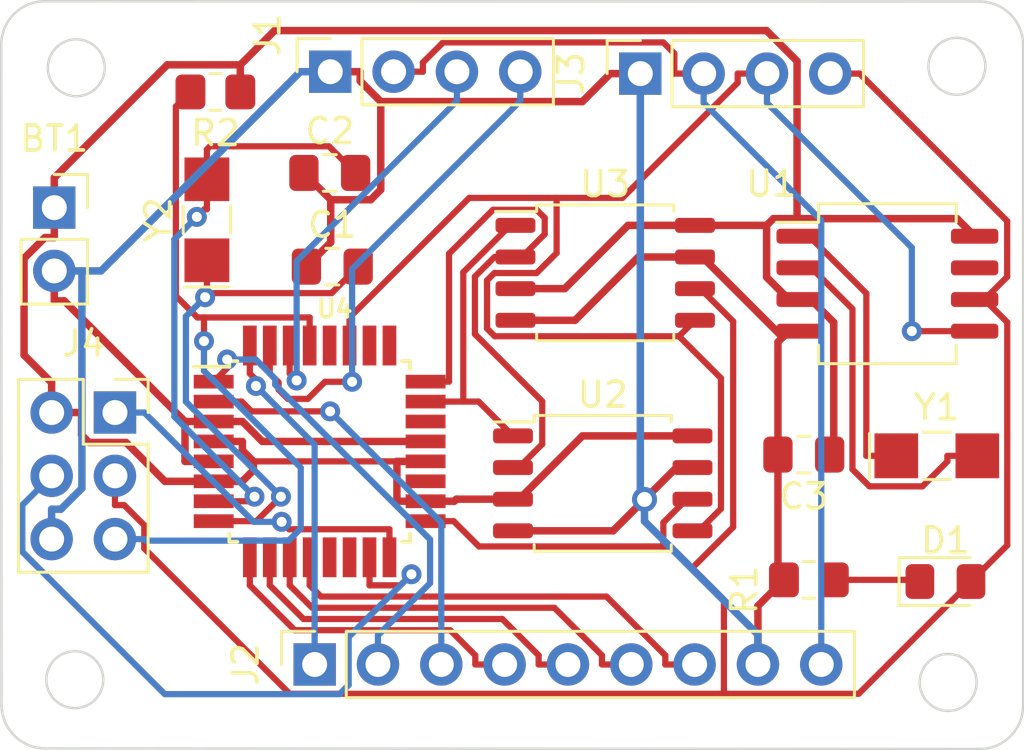
<source format=kicad_pcb>
(kicad_pcb (version 20211014) (generator pcbnew)
  (title_block (title "Arduino battery powered clone ") (date "2022-10-03") (rev "3") (company "Nanohertz"))
  (layers (0 "F.Cu" signal) (31 "B.Cu" mixed) (34 "B.Paste" user) (35 "F.Paste" user) (36 "B.SilkS" user "B.Silkscreen") (37 "F.SilkS" user "F.Silkscreen") (38 "B.Mask" user) (39 "F.Mask" user) (44 "Edge.Cuts" user))
  (net 0 "")
  (net 1 "Net-(D1-Pad1)")
  (net 2 "GNDPWR")
  (net 3 "/VCC")
  (net 4 "/reset")
  (net 5 "/ADDS1")
  (net 6 "/ADDS2")
  (net 7 "/SDA")
  (net 8 "/sck")
  (net 9 "Net-(U1-Pad1)")
  (net 10 "Net-(U1-Pad2)")
  (net 12 "/D3")
  (net 13 "/D4")
  (net 14 "Net-(C2-Pad2)")
  (net 15 "Net-(C1-Pad2)")
  (net 16 "/D5")
  (net 17 "/D6")
  (net 18 "/D7")
  (net 19 "/D8")
  (net 22 "/MOSI")
  (net 23 "/miso")
  (net 29 "/RX")
  (net 30 "/TX")
  (net 31 "/D2")
  (net 32 "/connectors/VCC")
  (footprint "LED_SMD:LED_0805_2012Metric_Pad1.15x1.40mm_HandSolder" (layer "F.Cu") (at 143.87 114.29)
    (fp_text reference "D1" (at 0 -1.65) (layer "F.SilkS"))
    (fp_text value "LED")
    (fp_line (start 1 -0.96) (end -1.86 -0.96) (layer "F.SilkS") (width 0.12))
    (fp_line (start -1.86 0.96) (end 1 0.96) (layer "F.SilkS") (width 0.12))
    (fp_line (start -1.86 -0.96) (end -1.86 0.96) (layer "F.SilkS") (width 0.12))
    (pad "1" smd roundrect (at -1.025 0) (size 1.15 1.4) (layers "F.Cu" "F.Paste" "F.Mask") (roundrect_rratio 0.217391) (net 1 "Net-(D1-Pad1)"))
    (pad "2" smd roundrect (at 1.025 0) (size 1.15 1.4) (layers "F.Cu" "F.Paste" "F.Mask") (roundrect_rratio 0.217391) (net 8 "/sck"))
  )
  (footprint "Package_SO:SOP-8_5.28x5.23mm_P1.27mm" (layer "F.Cu") (at 130.225 101.9)
    (fp_text reference "U3" (at 0 -3.56) (layer "F.SilkS"))
    (fp_text value "24LC1025")
    (fp_line (start 0 -2.725) (end 2.75 -2.725) (layer "F.SilkS") (width 0.12))
    (fp_line (start 0 -2.725) (end -2.75 -2.725) (layer "F.SilkS") (width 0.12))
    (fp_line (start 2.75 2.725) (end 2.75 2.465) (layer "F.SilkS") (width 0.12))
    (fp_line (start -2.75 2.725) (end -2.75 2.465) (layer "F.SilkS") (width 0.12))
    (fp_line (start -2.75 -2.725) (end -2.75 -2.465) (layer "F.SilkS") (width 0.12))
    (fp_line (start 2.75 -2.725) (end 2.75 -2.465) (layer "F.SilkS") (width 0.12))
    (fp_line (start 0 2.725) (end -2.75 2.725) (layer "F.SilkS") (width 0.12))
    (fp_line (start 0 2.725) (end 2.75 2.725) (layer "F.SilkS") (width 0.12))
    (fp_line (start -2.75 -2.465) (end -4.4 -2.465) (layer "F.SilkS") (width 0.12))
    (pad "1" smd roundrect (at -3.6 -1.905) (size 1.6 0.6) (layers "F.Cu" "F.Paste" "F.Mask") (net 5 "/ADDS1"))
    (pad "2" smd roundrect (at -3.6 -0.635) (size 1.6 0.6) (layers "F.Cu" "F.Paste" "F.Mask") (net 6 "/ADDS2"))
    (pad "3" smd roundrect (at -3.6 0.635) (size 1.6 0.6) (layers "F.Cu" "F.Paste" "F.Mask") (net 3 "/VCC"))
    (pad "4" smd roundrect (at -3.6 1.905) (size 1.6 0.6) (layers "F.Cu" "F.Paste" "F.Mask") (net 2 "GNDPWR"))
    (pad "5" smd roundrect (at 3.6 1.905) (size 1.6 0.6) (layers "F.Cu" "F.Paste" "F.Mask") (net 7 "/SDA"))
    (pad "6" smd roundrect (at 3.6 0.635) (size 1.6 0.6) (layers "F.Cu" "F.Paste" "F.Mask") (net 8 "/sck"))
    (pad "7" smd roundrect (at 3.6 -0.635) (size 1.6 0.6) (layers "F.Cu" "F.Paste" "F.Mask") (net 2 "GNDPWR"))
    (pad "8" smd roundrect (at 3.6 -1.905) (size 1.6 0.6) (layers "F.Cu" "F.Paste" "F.Mask") (net 3 "/VCC"))
  )
  (footprint "Resistor_SMD:R_0805_2012Metric_Pad1.20x1.40mm_HandSolder" (layer "F.Cu") (at 138.3932 114.2234 180)
    (fp_text reference "R1" (at 2.5932 -0.4016 90) (layer "F.SilkS"))
    (fp_text value "330ohm")
    (fp_line (start -0.227064 0.735) (end 0.227064 0.735) (layer "F.SilkS") (width 0.12))
    (fp_line (start -0.227064 -0.735) (end 0.227064 -0.735) (layer "F.SilkS") (width 0.12))
    (pad "1" smd roundrect (at -1 0 180) (size 1.2 1.4) (layers "F.Cu" "F.Paste" "F.Mask") (roundrect_rratio 0.208333) (net 1 "Net-(D1-Pad1)"))
    (pad "2" smd roundrect (at 1 0 180) (size 1.2 1.4) (layers "F.Cu" "F.Paste" "F.Mask") (roundrect_rratio 0.208333) (net 2 "GNDPWR"))
  )
  (footprint "Connector_PinSocket_2.54mm:PinSocket_1x09_P2.54mm_Vertical" (layer "F.Cu") (at 118.57 117.62 90)
    (fp_text reference "J2" (at 0 -2.77 90) (layer "F.SilkS"))
    (fp_text value "DIGITAL PIN")
    (fp_line (start 1.33 1.27) (end 1.33 21.65) (layer "F.SilkS") (width 0.12))
    (fp_line (start -1.33 1.27) (end 1.33 1.27) (layer "F.SilkS") (width 0.12))
    (fp_line (start 1.33 -1.33) (end 1.33 0) (layer "F.SilkS") (width 0.12))
    (fp_line (start -1.33 21.65) (end 1.33 21.65) (layer "F.SilkS") (width 0.12))
    (fp_line (start -1.33 1.27) (end -1.33 21.65) (layer "F.SilkS") (width 0.12))
    (fp_line (start 0 -1.33) (end 1.33 -1.33) (layer "F.SilkS") (width 0.12))
    (pad "1" thru_hole rect (at 0 0 90) (size 1.7 1.7) (drill 1) (layers *.Cu *.Mask) (net 31 "/D2"))
    (pad "2" thru_hole oval (at 0 2.54 90) (size 1.7 1.7) (drill 1) (layers *.Cu *.Mask) (net 12 "/D3"))
    (pad "3" thru_hole oval (at 0 5.08 90) (size 1.7 1.7) (drill 1) (layers *.Cu *.Mask) (net 13 "/D4"))
    (pad "4" thru_hole oval (at 0 7.62 90) (size 1.7 1.7) (drill 1) (layers *.Cu *.Mask) (net 16 "/D5"))
    (pad "5" thru_hole oval (at 0 10.16 90) (size 1.7 1.7) (drill 1) (layers *.Cu *.Mask) (net 17 "/D6"))
    (pad "6" thru_hole oval (at 0 12.7 90) (size 1.7 1.7) (drill 1) (layers *.Cu *.Mask) (net 18 "/D7"))
    (pad "7" thru_hole oval (at 0 15.24 90) (size 1.7 1.7) (drill 1) (layers *.Cu *.Mask) (net 19 "/D8"))
    (pad "8" thru_hole oval (at 0 17.78 90) (size 1.7 1.7) (drill 1) (layers *.Cu *.Mask) (net 2 "GNDPWR"))
    (pad "9" thru_hole oval (at 0 20.32 90) (size 1.7 1.7) (drill 1) (layers *.Cu *.Mask) (net 32 "/connectors/VCC"))
  )
  (footprint "Connector_PinSocket_2.54mm:PinSocket_2x03_P2.54mm_Vertical" (layer "F.Cu") (at 110.5608 107.5078)
    (fp_text reference "J4" (at -1.27 -2.77) (layer "F.SilkS"))
    (fp_text value "icsp")
    (fp_line (start -3.87 -1.33) (end -3.87 6.41) (layer "F.SilkS") (width 0.12))
    (fp_line (start -3.87 -1.33) (end -1.27 -1.33) (layer "F.SilkS") (width 0.12))
    (fp_line (start 0 -1.33) (end 1.33 -1.33) (layer "F.SilkS") (width 0.12))
    (fp_line (start 1.33 -1.33) (end 1.33 0) (layer "F.SilkS") (width 0.12))
    (fp_line (start 1.33 1.27) (end 1.33 6.41) (layer "F.SilkS") (width 0.12))
    (fp_line (start -1.27 -1.33) (end -1.27 1.27) (layer "F.SilkS") (width 0.12))
    (fp_line (start -3.87 6.41) (end 1.33 6.41) (layer "F.SilkS") (width 0.12))
    (fp_line (start -1.27 1.27) (end 1.33 1.27) (layer "F.SilkS") (width 0.12))
    (pad "1" thru_hole rect (at 0 0) (size 1.7 1.7) (drill 1) (layers *.Cu *.Mask) (net 23 "/miso"))
    (pad "2" thru_hole oval (at -2.54 0) (size 1.7 1.7) (drill 1) (layers *.Cu *.Mask) (net 3 "/VCC"))
    (pad "3" thru_hole oval (at 0 2.54) (size 1.7 1.7) (drill 1) (layers *.Cu *.Mask) (net 8 "/sck"))
    (pad "4" thru_hole oval (at -2.54 2.54) (size 1.7 1.7) (drill 1) (layers *.Cu *.Mask) (net 22 "/MOSI"))
    (pad "5" thru_hole oval (at 0 5.08) (size 1.7 1.7) (drill 1) (layers *.Cu *.Mask) (net 4 "/reset"))
    (pad "6" thru_hole oval (at -2.54 5.08) (size 1.7 1.7) (drill 1) (layers *.Cu *.Mask) (net 2 "GNDPWR"))
  )
  (footprint "Capacitor_SMD:C_0805_2012Metric_Pad1.18x1.45mm_HandSolder" (layer "F.Cu") (at 138.19 109.1942 180)
    (fp_text reference "C3" (at 0 -1.68) (layer "F.SilkS"))
    (fp_text value "C_Polarized 10uf")
    (fp_line (start -0.261252 -0.735) (end 0.261252 -0.735) (layer "F.SilkS") (width 0.12))
    (fp_line (start -0.261252 0.735) (end 0.261252 0.735) (layer "F.SilkS") (width 0.12))
    (pad "1" smd roundrect (at -1.0375 0 180) (size 1.175 1.45) (layers "F.Cu" "F.Paste" "F.Mask") (roundrect_rratio 0.212766) (net 3 "/VCC"))
    (pad "2" smd roundrect (at 1.0375 0 180) (size 1.175 1.45) (layers "F.Cu" "F.Paste" "F.Mask") (roundrect_rratio 0.212766) (net 2 "GNDPWR"))
  )
  (footprint "Package_QFP:TQFP-32_7x7mm_P0.8mm" (layer "F.Cu") (at 118.7704 109.0676)
    (fp_text reference "U4" (at 0.6046 -5.7176) (layer "F.SilkS") (effects (font (size 0.7 0.7))))
    (fp_text value "ATmega328P-A")
    (fp_line (start -3.625 3.625) (end -3.625 3.3) (layer "F.SilkS") (width 0.15))
    (fp_line (start 3.625 3.625) (end 3.3 3.625) (layer "F.SilkS") (width 0.15))
    (fp_line (start 3.625 3.625) (end 3.625 3.3) (layer "F.SilkS") (width 0.15))
    (fp_line (start -3.625 3.625) (end -3.3 3.625) (layer "F.SilkS") (width 0.15))
    (fp_line (start 3.625 -3.625) (end 3.625 -3.3) (layer "F.SilkS") (width 0.15))
    (fp_line (start -3.625 -3.4) (end -5.05 -3.4) (layer "F.SilkS") (width 0.15))
    (fp_line (start -3.625 -3.625) (end -3.3 -3.625) (layer "F.SilkS") (width 0.15))
    (fp_line (start -3.625 -3.625) (end -3.625 -3.4) (layer "F.SilkS") (width 0.15))
    (fp_line (start 3.625 -3.625) (end 3.3 -3.625) (layer "F.SilkS") (width 0.15))
    (pad "1" smd rect (at -4.25 -2.8) (size 1.6 0.55) (layers "F.Cu" "F.Paste" "F.Mask") (net 12 "/D3"))
    (pad "2" smd rect (at -4.25 -2) (size 1.6 0.55) (layers "F.Cu" "F.Paste" "F.Mask") (net 13 "/D4"))
    (pad "3" smd rect (at -4.25 -1.2) (size 1.6 0.55) (layers "F.Cu" "F.Paste" "F.Mask") (net 2 "GNDPWR"))
    (pad "4" smd rect (at -4.25 -0.4) (size 1.6 0.55) (layers "F.Cu" "F.Paste" "F.Mask") (net 3 "/VCC"))
    (pad "5" smd rect (at -4.25 0.4) (size 1.6 0.55) (layers "F.Cu" "F.Paste" "F.Mask") (net 2 "GNDPWR"))
    (pad "6" smd rect (at -4.25 1.2) (size 1.6 0.55) (layers "F.Cu" "F.Paste" "F.Mask") (net 3 "/VCC"))
    (pad "7" smd rect (at -4.25 2) (size 1.6 0.55) (layers "F.Cu" "F.Paste" "F.Mask") (net 14 "Net-(C2-Pad2)"))
    (pad "8" smd rect (at -4.25 2.8) (size 1.6 0.55) (layers "F.Cu" "F.Paste" "F.Mask") (net 15 "Net-(C1-Pad2)"))
    (pad "9" smd rect (at -2.8 4.25 90) (size 1.6 0.55) (layers "F.Cu" "F.Paste" "F.Mask") (net 16 "/D5"))
    (pad "10" smd rect (at -2 4.25 90) (size 1.6 0.55) (layers "F.Cu" "F.Paste" "F.Mask") (net 17 "/D6"))
    (pad "11" smd rect (at -1.2 4.25 90) (size 1.6 0.55) (layers "F.Cu" "F.Paste" "F.Mask") (net 18 "/D7"))
    (pad "12" smd rect (at -0.4 4.25 90) (size 1.6 0.55) (layers "F.Cu" "F.Paste" "F.Mask") (net 19 "/D8"))
    (pad "13" smd rect (at 0.4 4.25 90) (size 1.6 0.55) (layers "F.Cu" "F.Paste" "F.Mask"))
    (pad "14" smd rect (at 1.2 4.25 90) (size 1.6 0.55) (layers "F.Cu" "F.Paste" "F.Mask"))
    (pad "15" smd rect (at 2 4.25 90) (size 1.6 0.55) (layers "F.Cu" "F.Paste" "F.Mask") (net 22 "/MOSI"))
    (pad "16" smd rect (at 2.8 4.25 90) (size 1.6 0.55) (layers "F.Cu" "F.Paste" "F.Mask") (net 23 "/miso"))
    (pad "17" smd rect (at 4.25 2.8) (size 1.6 0.55) (layers "F.Cu" "F.Paste" "F.Mask") (net 8 "/sck"))
    (pad "18" smd rect (at 4.25 2) (size 1.6 0.55) (layers "F.Cu" "F.Paste" "F.Mask") (net 3 "/VCC"))
    (pad "19" smd rect (at 4.25 1.2) (size 1.6 0.55) (layers "F.Cu" "F.Paste" "F.Mask"))
    (pad "20" smd rect (at 4.25 0.4) (size 1.6 0.55) (layers "F.Cu" "F.Paste" "F.Mask") (net 3 "/VCC"))
    (pad "21" smd rect (at 4.25 -0.4) (size 1.6 0.55) (layers "F.Cu" "F.Paste" "F.Mask") (net 2 "GNDPWR"))
    (pad "22" smd rect (at 4.25 -1.2) (size 1.6 0.55) (layers "F.Cu" "F.Paste" "F.Mask"))
    (pad "23" smd rect (at 4.25 -2) (size 1.6 0.55) (layers "F.Cu" "F.Paste" "F.Mask") (net 5 "/ADDS1"))
    (pad "24" smd rect (at 4.25 -2.8) (size 1.6 0.55) (layers "F.Cu" "F.Paste" "F.Mask") (net 6 "/ADDS2"))
    (pad "25" smd rect (at 2.8 -4.25 90) (size 1.6 0.55) (layers "F.Cu" "F.Paste" "F.Mask"))
    (pad "26" smd rect (at 2 -4.25 90) (size 1.6 0.55) (layers "F.Cu" "F.Paste" "F.Mask"))
    (pad "27" smd rect (at 1.2 -4.25 90) (size 1.6 0.55) (layers "F.Cu" "F.Paste" "F.Mask") (net 7 "/SDA"))
    (pad "28" smd rect (at 0.4 -4.25 90) (size 1.6 0.55) (layers "F.Cu" "F.Paste" "F.Mask"))
    (pad "29" smd rect (at -0.4 -4.25 90) (size 1.6 0.55) (layers "F.Cu" "F.Paste" "F.Mask") (net 4 "/reset"))
    (pad "30" smd rect (at -1.2 -4.25 90) (size 1.6 0.55) (layers "F.Cu" "F.Paste" "F.Mask") (net 29 "/RX"))
    (pad "31" smd rect (at -2 -4.25 90) (size 1.6 0.55) (layers "F.Cu" "F.Paste" "F.Mask") (net 30 "/TX"))
    (pad "32" smd rect (at -2.8 -4.25 90) (size 1.6 0.55) (layers "F.Cu" "F.Paste" "F.Mask") (net 31 "/D2"))
  )
  (footprint "Capacitor_SMD:C_0805_2012Metric_Pad1.18x1.45mm_HandSolder" (layer "F.Cu") (at 119.2784 101.6508)
    (fp_text reference "C1" (at 0 -1.68) (layer "F.SilkS"))
    (fp_text value " 22pf")
    (fp_line (start -0.261252 -0.735) (end 0.261252 -0.735) (layer "F.SilkS") (width 0.12))
    (fp_line (start -0.261252 0.735) (end 0.261252 0.735) (layer "F.SilkS") (width 0.12))
    (pad "1" smd roundrect (at -1.0375 0) (size 1.175 1.45) (layers "F.Cu" "F.Paste" "F.Mask") (roundrect_rratio 0.212766) (net 2 "GNDPWR"))
    (pad "2" smd roundrect (at 1.0375 0) (size 1.175 1.45) (layers "F.Cu" "F.Paste" "F.Mask") (roundrect_rratio 0.212766) (net 15 "Net-(C1-Pad2)"))
  )
  (footprint "Crystal:Crystal_SMD_MicroCrystal_CC7V-T1A-2Pin_3.2x1.5mm_HandSoldering" (layer "F.Cu") (at 143.524 109.245)
    (fp_text reference "Y1" (at 0 -1.95) (layer "F.SilkS"))
    (fp_text value "Crystal")
    (fp_line (start -2.7 -0.9) (end -2.7 0.9) (layer "F.SilkS") (width 0.12))
    (fp_line (start -0.55 -0.95) (end 0.55 -0.95) (layer "F.SilkS") (width 0.12))
    (fp_line (start -0.55 0.95) (end 0.55 0.95) (layer "F.SilkS") (width 0.12))
    (pad "1" smd rect (at -1.625 0) (size 1.75 1.8) (layers "F.Cu" "F.Paste" "F.Mask") (net 9 "Net-(U1-Pad1)"))
    (pad "2" smd rect (at 1.625 0) (size 1.75 1.8) (layers "F.Cu" "F.Paste" "F.Mask") (net 10 "Net-(U1-Pad2)"))
  )
  (footprint "Connector_PinSocket_2.54mm:PinSocket_1x04_P2.54mm_Vertical" (layer "F.Cu") (at 119.1968 93.8284 90)
    (fp_text reference "J1" (at 1.4784 -2.5218 90) (layer "F.SilkS"))
    (fp_text value "Conn_01x04")
    (fp_line (start -1.33 1.27) (end 1.33 1.27) (layer "F.SilkS") (width 0.12))
    (fp_line (start 1.33 -1.33) (end 1.33 0) (layer "F.SilkS") (width 0.12))
    (fp_line (start 1.33 1.27) (end 1.33 8.95) (layer "F.SilkS") (width 0.12))
    (fp_line (start 0 -1.33) (end 1.33 -1.33) (layer "F.SilkS") (width 0.12))
    (fp_line (start -1.33 1.27) (end -1.33 8.95) (layer "F.SilkS") (width 0.12))
    (fp_line (start -1.33 8.95) (end 1.33 8.95) (layer "F.SilkS") (width 0.12))
    (pad "1" thru_hole rect (at 0 0 90) (size 1.7 1.7) (drill 1) (layers *.Cu *.Mask) (net 2 "GNDPWR"))
    (pad "2" thru_hole oval (at 0 2.54 90) (size 1.7 1.7) (drill 1) (layers *.Cu *.Mask) (net 32 "/connectors/VCC"))
    (pad "3" thru_hole oval (at 0 5.08 90) (size 1.7 1.7) (drill 1) (layers *.Cu *.Mask) (net 29 "/RX"))
    (pad "4" thru_hole oval (at 0 7.62 90) (size 1.7 1.7) (drill 1) (layers *.Cu *.Mask) (net 30 "/TX"))
  )
  (footprint "Connector_PinSocket_2.54mm:PinSocket_1x02_P2.54mm_Vertical" (layer "F.Cu") (at 108.1274 99.2832)
    (fp_text reference "BT1" (at 0 -2.77) (layer "F.SilkS"))
    (fp_text value "Battery 3v")
    (fp_line (start 1.33 1.27) (end 1.33 3.87) (layer "F.SilkS") (width 0.12))
    (fp_line (start 1.33 -1.33) (end 1.33 0) (layer "F.SilkS") (width 0.12))
    (fp_line (start 0 -1.33) (end 1.33 -1.33) (layer "F.SilkS") (width 0.12))
    (fp_line (start -1.33 1.27) (end 1.33 1.27) (layer "F.SilkS") (width 0.12))
    (fp_line (start -1.33 3.87) (end 1.33 3.87) (layer "F.SilkS") (width 0.12))
    (fp_line (start -1.33 1.27) (end -1.33 3.87) (layer "F.SilkS") (width 0.12))
    (pad "1" thru_hole rect (at 0 0) (size 1.7 1.7) (drill 1) (layers *.Cu *.Mask) (net 3 "/VCC"))
    (pad "2" thru_hole oval (at 0 2.54) (size 1.7 1.7) (drill 1) (layers *.Cu *.Mask) (net 2 "GNDPWR"))
  )
  (footprint "Resistor_SMD:R_0805_2012Metric_Pad1.20x1.40mm_HandSolder" (layer "F.Cu") (at 114.5888 94.6404 180)
    (fp_text reference "R2" (at 0 -1.65) (layer "F.SilkS"))
    (fp_text value "R")
    (fp_line (start -0.227064 -0.735) (end 0.227064 -0.735) (layer "F.SilkS") (width 0.12))
    (fp_line (start -0.227064 0.735) (end 0.227064 0.735) (layer "F.SilkS") (width 0.12))
    (pad "1" smd roundrect (at -1 0 180) (size 1.2 1.4) (layers "F.Cu" "F.Paste" "F.Mask") (roundrect_rratio 0.208333) (net 3 "/VCC"))
    (pad "2" smd roundrect (at 1 0 180) (size 1.2 1.4) (layers "F.Cu" "F.Paste" "F.Mask") (roundrect_rratio 0.208333) (net 4 "/reset"))
  )
  (footprint "Connector_PinSocket_2.54mm:PinSocket_1x04_P2.54mm_Vertical" (layer "F.Cu") (at 131.6328 93.9042 90)
    (fp_text reference "J3" (at 0 -2.77 90) (layer "F.SilkS"))
    (fp_text value "Conn_01x04")
    (fp_line (start -1.33 8.95) (end 1.33 8.95) (layer "F.SilkS") (width 0.12))
    (fp_line (start 0 -1.33) (end 1.33 -1.33) (layer "F.SilkS") (width 0.12))
    (fp_line (start 1.33 1.27) (end 1.33 8.95) (layer "F.SilkS") (width 0.12))
    (fp_line (start -1.33 1.27) (end -1.33 8.95) (layer "F.SilkS") (width 0.12))
    (fp_line (start 1.33 -1.33) (end 1.33 0) (layer "F.SilkS") (width 0.12))
    (fp_line (start -1.33 1.27) (end 1.33 1.27) (layer "F.SilkS") (width 0.12))
    (pad "1" thru_hole rect (at 0 0 90) (size 1.7 1.7) (drill 1) (layers *.Cu *.Mask) (net 2 "GNDPWR"))
    (pad "2" thru_hole oval (at 0 2.54 90) (size 1.7 1.7) (drill 1) (layers *.Cu *.Mask) (net 32 "/connectors/VCC"))
    (pad "3" thru_hole oval (at 0 5.08 90) (size 1.7 1.7) (drill 1) (layers *.Cu *.Mask) (net 7 "/SDA"))
    (pad "4" thru_hole oval (at 0 7.62 90) (size 1.7 1.7) (drill 1) (layers *.Cu *.Mask) (net 8 "/sck"))
  )
  (footprint "Package_SO:SOP-8_5.28x5.23mm_P1.27mm" (layer "F.Cu") (at 130.125 110.35)
    (fp_text reference "U2" (at 0 -3.56) (layer "F.SilkS"))
    (fp_text value "24LC1025")
    (fp_line (start -2.75 -2.725) (end -2.75 -2.465) (layer "F.SilkS") (width 0.12))
    (fp_line (start -2.75 -2.465) (end -4.4 -2.465) (layer "F.SilkS") (width 0.12))
    (fp_line (start 0 2.725) (end -2.75 2.725) (layer "F.SilkS") (width 0.12))
    (fp_line (start 2.75 2.725) (end 2.75 2.465) (layer "F.SilkS") (width 0.12))
    (fp_line (start 0 -2.725) (end -2.75 -2.725) (layer "F.SilkS") (width 0.12))
    (fp_line (start 0 2.725) (end 2.75 2.725) (layer "F.SilkS") (width 0.12))
    (fp_line (start 0 -2.725) (end 2.75 -2.725) (layer "F.SilkS") (width 0.12))
    (fp_line (start 2.75 -2.725) (end 2.75 -2.465) (layer "F.SilkS") (width 0.12))
    (fp_line (start -2.75 2.725) (end -2.75 2.465) (layer "F.SilkS") (width 0.12))
    (pad "1" smd roundrect (at -3.6 -1.905) (size 1.6 0.6) (layers "F.Cu" "F.Paste" "F.Mask") (net 5 "/ADDS1"))
    (pad "2" smd roundrect (at -3.6 -0.635) (size 1.6 0.6) (layers "F.Cu" "F.Paste" "F.Mask") (net 6 "/ADDS2"))
    (pad "3" smd roundrect (at -3.6 0.635) (size 1.6 0.6) (layers "F.Cu" "F.Paste" "F.Mask") (net 3 "/VCC"))
    (pad "4" smd roundrect (at -3.6 1.905) (size 1.6 0.6) (layers "F.Cu" "F.Paste" "F.Mask") (net 2 "GNDPWR"))
    (pad "5" smd roundrect (at 3.6 1.905) (size 1.6 0.6) (layers "F.Cu" "F.Paste" "F.Mask") (net 7 "/SDA"))
    (pad "6" smd roundrect (at 3.6 0.635) (size 1.6 0.6) (layers "F.Cu" "F.Paste" "F.Mask") (net 8 "/sck"))
    (pad "7" smd roundrect (at 3.6 -0.635) (size 1.6 0.6) (layers "F.Cu" "F.Paste" "F.Mask") (net 2 "GNDPWR"))
    (pad "8" smd roundrect (at 3.6 -1.905) (size 1.6 0.6) (layers "F.Cu" "F.Paste" "F.Mask") (net 3 "/VCC"))
  )
  (footprint "Capacitor_SMD:C_0805_2012Metric_Pad1.18x1.45mm_HandSolder" (layer "F.Cu") (at 119.1768 97.8916)
    (fp_text reference "C2" (at 0 -1.68) (layer "F.SilkS"))
    (fp_text value "22pf")
    (fp_line (start -0.261252 0.735) (end 0.261252 0.735) (layer "F.SilkS") (width 0.12))
    (fp_line (start -0.261252 -0.735) (end 0.261252 -0.735) (layer "F.SilkS") (width 0.12))
    (pad "1" smd roundrect (at -1.0375 0) (size 1.175 1.45) (layers "F.Cu" "F.Paste" "F.Mask") (roundrect_rratio 0.212766) (net 2 "GNDPWR"))
    (pad "2" smd roundrect (at 1.0375 0) (size 1.175 1.45) (layers "F.Cu" "F.Paste" "F.Mask") (roundrect_rratio 0.212766) (net 14 "Net-(C2-Pad2)"))
  )
  (footprint "Crystal:Crystal_SMD_MicroCrystal_CC7V-T1A-2Pin_3.2x1.5mm_HandSoldering" (layer "F.Cu") (at 114.2492 99.7712 90)
    (fp_text reference "Y2" (at 0 -1.95 90) (layer "F.SilkS"))
    (fp_text value "Crystal")
    (fp_line (start -2.7 -0.9) (end -2.7 0.9) (layer "F.SilkS") (width 0.12))
    (fp_line (start -0.55 -0.95) (end 0.55 -0.95) (layer "F.SilkS") (width 0.12))
    (fp_line (start -0.55 0.95) (end 0.55 0.95) (layer "F.SilkS") (width 0.12))
    (pad "1" smd rect (at -1.625 0 90) (size 1.75 1.8) (layers "F.Cu" "F.Paste" "F.Mask") (net 15 "Net-(C1-Pad2)"))
    (pad "2" smd rect (at 1.625 0 90) (size 1.75 1.8) (layers "F.Cu" "F.Paste" "F.Mask") (net 14 "Net-(C2-Pad2)"))
  )
  (footprint "Package_SO:SO-8_5.3x6.2mm_P1.27mm" (layer "F.Cu") (at 141.5428 102.3362)
    (fp_text reference "U1" (at -4.6622 -4.0128) (layer "F.SilkS"))
    (fp_text value "DS1337_ben")
    (fp_line (start -2.76 -2.465) (end -4.45 -2.465) (layer "F.SilkS") (width 0.12))
    (fp_line (start 0 3.21) (end 2.76 3.21) (layer "F.SilkS") (width 0.12))
    (fp_line (start 0 -3.21) (end 2.76 -3.21) (layer "F.SilkS") (width 0.12))
    (fp_line (start -2.76 3.21) (end -2.76 2.465) (layer "F.SilkS") (width 0.12))
    (fp_line (start 2.76 3.21) (end 2.76 2.465) (layer "F.SilkS") (width 0.12))
    (fp_line (start -2.76 -3.21) (end -2.76 -2.465) (layer "F.SilkS") (width 0.12))
    (fp_line (start 2.76 -3.21) (end 2.76 -2.465) (layer "F.SilkS") (width 0.12))
    (fp_line (start 0 3.21) (end -2.76 3.21) (layer "F.SilkS") (width 0.12))
    (fp_line (start 0 -3.21) (end -2.76 -3.21) (layer "F.SilkS") (width 0.12))
    (pad "1" smd roundrect (at -3.5 -1.905) (size 1.9 0.6) (layers "F.Cu" "F.Paste" "F.Mask") (net 9 "Net-(U1-Pad1)"))
    (pad "2" smd roundrect (at -3.5 -0.635) (size 1.9 0.6) (layers "F.Cu" "F.Paste" "F.Mask") (net 10 "Net-(U1-Pad2)"))
    (pad "3" smd roundrect (at -3.5 0.635) (size 1.9 0.6) (layers "F.Cu" "F.Paste" "F.Mask") (net 3 "/VCC"))
    (pad "4" smd roundrect (at -3.5 1.905) (size 1.9 0.6) (layers "F.Cu" "F.Paste" "F.Mask") (net 2 "GNDPWR"))
    (pad "5" smd roundrect (at 3.5 1.905) (size 1.9 0.6) (layers "F.Cu" "F.Paste" "F.Mask") (net 7 "/SDA"))
    (pad "6" smd roundrect (at 3.5 0.635) (size 1.9 0.6) (layers "F.Cu" "F.Paste" "F.Mask") (net 8 "/sck"))
    (pad "7" smd roundrect (at 3.5 -0.635) (size 1.9 0.6) (layers "F.Cu" "F.Paste" "F.Mask"))
    (pad "8" smd roundrect (at 3.5 -1.905) (size 1.9 0.6) (layers "F.Cu" "F.Paste" "F.Mask") (net 3 "/VCC"))
  )
  (gr_arc (start 107.762437 120.987563) (mid 106.538164 120.488189) (end 106.012437 119.275) (layer "Edge.Cuts") (width 0.1))
  (gr_circle (center 108.95 118.23) (end 110 118.68) (layer "Edge.Cuts") (width 0.1) (fill none))
  (gr_circle (center 143.98 118.34) (end 145.03 118.79) (layer "Edge.Cuts") (width 0.1) (fill none))
  (gr_arc (start 146.987563 119.325) (mid 146.453125 120.521944) (end 145.237563 121.012563) (layer "Edge.Cuts") (width 0.1))
  (gr_arc (start 106 92.75) (mid 106.512563 91.512563) (end 107.75 91) (layer "Edge.Cuts") (width 0.1))
  (gr_line (start 107.762437 120.987563) (end 145.237563 121.012563) (layer "Edge.Cuts") (width 0.1))
  (gr_circle (center 109.01 93.67) (end 110.06 94.12) (layer "Edge.Cuts") (width 0.1) (fill none))
  (gr_line (start 146.987563 119.325) (end 146.987563 92.762437) (layer "Edge.Cuts") (width 0.1))
  (gr_arc (start 145.237563 91.012437) (mid 146.475 91.525) (end 146.987563 92.762437) (layer "Edge.Cuts") (width 0.1))
  (gr_line (start 145.237563 91.012437) (end 107.75 91) (layer "Edge.Cuts") (width 0.1))
  (gr_line (start 106 92.75) (end 106.012437 119.275) (layer "Edge.Cuts") (width 0.1))
  (gr_circle (center 144.33 93.61) (end 145.38 94.06) (layer "Edge.Cuts") (width 0.1) (fill none))
  (segment (start 142.7784 114.2234) (end 142.845 114.29) (width 0.25) (layer "F.Cu") (net 1))
  (segment (start 139.3932 114.2234) (end 142.7784 114.2234) (width 0.25) (layer "F.Cu") (net 1))
  (segment (start 130.4325 93.9042) (end 129.308 95.0287) (width 0.3) (layer "F.Cu") (net 2))
  (segment (start 129.0149 103.805) (end 126.625 103.805) (width 0.3) (layer "F.Cu") (net 2))
  (segment (start 131.5549 101.265) (end 129.0149 103.805) (width 0.3) (layer "F.Cu") (net 2))
  (segment (start 130.5425 112.255) (end 126.525 112.255) (width 0.3) (layer "F.Cu") (net 2))
  (segment (start 114.5204 109.4676) (end 113.3701 109.4676) (width 0.3) (layer "F.Cu") (net 2))
  (segment (start 133.0825 109.715) (end 131.8016 110.9959) (width 0.3) (layer "F.Cu") (net 2))
  (segment (start 115.6707 107.8676) (end 116.4707 108.6676) (width 0.3) (layer "F.Cu") (net 2))
  (segment (start 118.1393 97.8916) (end 119.2157 98.968) (width 0.3) (layer "F.Cu") (net 2))
  (segment (start 131.6328 93.9042) (end 130.4325 93.9042) (width 0.3) (layer "F.Cu") (net 2))
  (segment (start 131.8016 110.9959) (end 130.5425 112.255) (width 0.3) (layer "F.Cu") (net 2))
  (segment (start 120.3971 94.2036) (end 120.3971 93.8284) (width 0.3) (layer "F.Cu") (net 2))
  (segment (start 137.3932 114.2234) (end 137.1525 113.9827) (width 0.3) (layer "F.Cu") (net 2))
  (segment (start 136.35 115.2666) (end 137.3932 114.2234) (width 0.3) (layer "F.Cu") (net 2))
  (segment (start 133.825 101.265) (end 131.5549 101.265) (width 0.3) (layer "F.Cu") (net 2))
  (segment (start 136.35 117.62) (end 136.35 115.2666) (width 0.3) (layer "F.Cu") (net 2))
  (segment (start 134.1206 101.265) (end 133.825 101.265) (width 0.3) (layer "F.Cu") (net 2))
  (segment (start 119.2157 100.676) (end 118.2409 101.6508) (width 0.3) (layer "F.Cu") (net 2))
  (segment (start 137.1525 113.9827) (end 137.1525 109.1942) (width 0.3) (layer "F.Cu") (net 2))
  (segment (start 121.2222 95.0287) (end 120.3971 94.2036) (width 0.3) (layer "F.Cu") (net 2))
  (segment (start 119.1968 93.8284) (end 120.3971 93.8284) (width 0.3) (layer "F.Cu") (net 2))
  (segment (start 129.308 95.0287) (end 121.2222 95.0287) (width 0.3) (layer "F.Cu") (net 2))
  (segment (start 108.526 103.0235) (end 113.3701 107.8676) (width 0.3) (layer "F.Cu") (net 2))
  (segment (start 113.3701 107.8676) (end 113.3701 109.4676) (width 0.3) (layer "F.Cu") (net 2))
  (segment (start 137.1525 104.6782) (end 137.3432 104.4875) (width 0.3) (layer "F.Cu") (net 2))
  (segment (start 108.1274 101.8232) (end 108.1274 103.0235) (width 0.3) (layer "F.Cu") (net 2))
  (segment (start 114.5204 107.8676) (end 115.6707 107.8676) (width 0.3) (layer "F.Cu") (net 2))
  (segment (start 137.3432 104.4875) (end 134.1206 101.265) (width 0.3) (layer "F.Cu") (net 2))
  (segment (start 114.5204 107.8676) (end 113.3701 107.8676) (width 0.3) (layer "F.Cu") (net 2))
  (segment (start 137.3432 104.4875) (end 137.5895 104.2412) (width 0.3) (layer "F.Cu") (net 2))
  (segment (start 116.4707 108.6676) (end 123.0204 108.6676) (width 0.3) (layer "F.Cu") (net 2))
  (segment (start 121.2222 98.5627) (end 121.2222 95.0287) (width 0.3) (layer "F.Cu") (net 2))
  (segment (start 133.725 109.715) (end 133.0825 109.715) (width 0.3) (layer "F.Cu") (net 2))
  (segment (start 119.2157 98.968) (end 119.2157 100.676) (width 0.3) (layer "F.Cu") (net 2))
  (segment (start 119.2157 98.968) (end 120.8169 98.968) (width 0.3) (layer "F.Cu") (net 2))
  (segment (start 108.1274 103.0235) (end 108.526 103.0235) (width 0.3) (layer "F.Cu") (net 2))
  (segment (start 120.8169 98.968) (end 121.2222 98.5627) (width 0.3) (layer "F.Cu") (net 2))
  (segment (start 137.5895 104.2412) (end 138.0428 104.2412) (width 0.3) (layer "F.Cu") (net 2))
  (segment (start 137.1525 109.1942) (end 137.1525 104.6782) (width 0.3) (layer "F.Cu") (net 2))
  (via (at 131.8016 110.9959) (size 1) (drill 0.6) (layers "F.Cu" "B.Cu") (net 2))
  (segment (start 108.0208 112.5878) (end 108.0208 111.3875) (width 0.3) (layer "B.Cu") (net 2))
  (segment (start 108.3938 111.3875) (end 108.0208 111.3875) (width 0.3) (layer "B.Cu") (net 2))
  (segment (start 110.0017 101.8232) (end 109.2347 101.8232) (width 0.3) (layer "B.Cu") (net 2))
  (segment (start 131.6328 110.8271) (end 131.6328 93.9042) (width 0.3) (layer "B.Cu") (net 2))
  (segment (start 109.2347 101.8232) (end 109.2347 110.5466) (width 0.3) (layer "B.Cu") (net 2))
  (segment (start 109.2347 110.5466) (end 108.3938 111.3875) (width 0.3) (layer "B.Cu") (net 2))
  (segment (start 131.8016 111.8713) (end 131.8016 110.9959) (width 0.3) (layer "B.Cu") (net 2))
  (segment (start 117.9965 93.8284) (end 110.0017 101.8232) (width 0.3) (layer "B.Cu") (net 2))
  (segment (start 136.35 116.4197) (end 131.8016 111.8713) (width 0.3) (layer "B.Cu") (net 2))
  (segment (start 136.35 117.62) (end 136.35 116.4197) (width 0.3) (layer "B.Cu") (net 2))
  (segment (start 109.2347 101.8232) (end 108.1274 101.8232) (width 0.3) (layer "B.Cu") (net 2))
  (segment (start 119.1968 93.8284) (end 117.9965 93.8284) (width 0.3) (layer "B.Cu") (net 2))
  (segment (start 131.8016 110.9959) (end 131.6328 110.8271) (width 0.3) (layer "B.Cu") (net 2))
  (segment (start 106.9156 105.2023) (end 108.0208 106.3075) (width 0.3) (layer "F.Cu") (net 3))
  (segment (start 107.7523 100.4835) (end 106.9156 101.3202) (width 0.3) (layer "F.Cu") (net 3))
  (segment (start 138.4708 102.9712) (end 139.3911 103.8915) (width 0.3) (layer "F.Cu") (net 3))
  (segment (start 115.6707 108.6676) (end 115.6707 109.0248) (width 0.3) (layer "F.Cu") (net 3))
  (segment (start 109.5211 108.7081) (end 111.0039 108.7081) (width 0.3) (layer "F.Cu") (net 3))
  (segment (start 138.0428 102.9712) (end 138.4708 102.9712) (width 0.3) (layer "F.Cu") (net 3))
  (segment (start 109.2211 108.4081) (end 109.5211 108.7081) (width 0.3) (layer "F.Cu") (net 3))
  (segment (start 108.0208 107.5078) (end 109.2211 107.5078) (width 0.3) (layer "F.Cu") (net 3))
  (segment (start 126.625 102.535) (end 128.6005 102.535) (width 0.3) (layer "F.Cu") (net 3))
  (segment (start 137.9193 99.7268) (end 137.9193 93.4031) (width 0.3) (layer "F.Cu") (net 3))
  (segment (start 126.525 110.985) (end 124.2533 110.985) (width 0.3) (layer "F.Cu") (net 3))
  (segment (start 106.9156 101.3202) (end 106.9156 105.2023) (width 0.3) (layer "F.Cu") (net 3))
  (segment (start 108.1274 99.2832) (end 108.1274 98.0829) (width 0.3) (layer "F.Cu") (net 3))
  (segment (start 137.9193 93.4031) (end 136.6935 92.1773) (width 0.3) (layer "F.Cu") (net 3))
  (segment (start 136.6935 92.1773) (end 116.9632 92.1773) (width 0.3) (layer "F.Cu") (net 3))
  (segment (start 126.7716 110.985) (end 126.525 110.985) (width 0.3) (layer "F.Cu") (net 3))
  (segment (start 116.1135 109.8248) (end 115.6707 110.2676) (width 0.3) (layer "F.Cu") (net 3))
  (segment (start 136.9664 99.7268) (end 136.6982 99.995) (width 0.3) (layer "F.Cu") (net 3))
  (segment (start 112.6586 93.5517) (end 108.1274 98.0829) (width 0.3) (layer "F.Cu") (net 3))
  (segment (start 108.0208 107.0327) (end 108.0208 106.3075) (width 0.3) (layer "F.Cu") (net 3))
  (segment (start 123.0204 111.0676) (end 124.1707 111.0676) (width 0.3) (layer "F.Cu") (net 3))
  (segment (start 128.6005 102.535) (end 131.1405 99.995) (width 0.3) (layer "F.Cu") (net 3))
  (segment (start 139.3911 109.0306) (end 139.2275 109.1942) (width 0.3) (layer "F.Cu") (net 3))
  (segment (start 129.3116 108.445) (end 126.7716 110.985) (width 0.3) (layer "F.Cu") (net 3))
  (segment (start 133.725 108.445) (end 129.3116 108.445) (width 0.3) (layer "F.Cu") (net 3))
  (segment (start 136.6982 99.995) (end 133.825 99.995) (width 0.3) (layer "F.Cu") (net 3))
  (segment (start 136.6982 102.0761) (end 137.5933 102.9712) (width 0.3) (layer "F.Cu") (net 3))
  (segment (start 111.0039 108.7081) (end 112.5634 110.2676) (width 0.3) (layer "F.Cu") (net 3))
  (segment (start 114.5204 110.2676) (end 115.6707 110.2676) (width 0.3) (layer "F.Cu") (net 3))
  (segment (start 116.9632 92.1773) (end 115.5888 93.5517) (width 0.3) (layer "F.Cu") (net 3))
  (segment (start 139.3911 103.8915) (end 139.3911 109.0306) (width 0.3) (layer "F.Cu") (net 3))
  (segment (start 115.5888 93.5517) (end 112.6586 93.5517) (width 0.3) (layer "F.Cu") (net 3))
  (segment (start 115.6707 109.0248) (end 116.1135 109.4676) (width 0.3) (layer "F.Cu") (net 3))
  (segment (start 137.5933 102.9712) (end 138.0428 102.9712) (width 0.3) (layer "F.Cu") (net 3))
  (segment (start 123.0204 111.0676) (end 121.8701 111.0676) (width 0.3) (layer "F.Cu") (net 3))
  (segment (start 114.5204 108.6676) (end 115.6707 108.6676) (width 0.3) (layer "F.Cu") (net 3))
  (segment (start 124.2533 110.985) (end 124.1707 111.0676) (width 0.3) (layer "F.Cu") (net 3))
  (segment (start 109.2211 107.5078) (end 109.2211 108.4081) (width 0.3) (layer "F.Cu") (net 3))
  (segment (start 123.0204 109.4676) (end 121.8701 109.4676) (width 0.3) (layer "F.Cu") (net 3))
  (segment (start 116.1135 109.4676) (end 121.8701 109.4676) (width 0.25) (layer "F.Cu") (net 3))
  (segment (start 131.1405 99.995) (end 133.825 99.995) (width 0.3) (layer "F.Cu") (net 3))
  (segment (start 137.9193 99.7268) (end 136.9664 99.7268) (width 0.3) (layer "F.Cu") (net 3))
  (segment (start 112.5634 110.2676) (end 114.5204 110.2676) (width 0.3) (layer "F.Cu") (net 3))
  (segment (start 116.1135 109.4676) (end 116.1135 109.8248) (width 0.3) (layer "F.Cu") (net 3))
  (segment (start 108.1274 100.4835) (end 107.7523 100.4835) (width 0.3) (layer "F.Cu") (net 3))
  (segment (start 136.6982 99.995) (end 136.6982 102.0761) (width 0.3) (layer "F.Cu") (net 3))
  (segment (start 145.0428 100.4312) (end 144.3384 99.7268) (width 0.3) (layer "F.Cu") (net 3))
  (segment (start 115.5888 93.5517) (end 115.5888 94.6404) (width 0.3) (layer "F.Cu") (net 3))
  (segment (start 121.8701 109.4676) (end 121.8701 111.0676) (width 0.3) (layer "F.Cu") (net 3))
  (segment (start 144.3384 99.7268) (end 137.9193 99.7268) (width 0.3) (layer "F.Cu") (net 3))
  (segment (start 108.0208 107.0327) (end 108.0208 107.5078) (width 0.3) (layer "F.Cu") (net 3))
  (segment (start 108.1274 99.2832) (end 108.1274 100.4835) (width 0.3) (layer "F.Cu") (net 3))
  (segment (start 113.5888 94.6404) (end 113.005 95.2242) (width 0.25) (layer "F.Cu") (net 4))
  (segment (start 113.005 95.2242) (end 113.005 102.8298) (width 0.25) (layer "F.Cu") (net 4))
  (segment (start 113.8675 103.6923) (end 114.1319 103.6923) (width 0.25) (layer "F.Cu") (net 4))
  (segment (start 118.3704 104.8176) (end 118.3704 103.6923) (width 0.25) (layer "F.Cu") (net 4))
  (segment (start 114.1319 103.6923) (end 118.3704 103.6923) (width 0.25) (layer "F.Cu") (net 4))
  (segment (start 113.005 102.8298) (end 113.8675 103.6923) (width 0.25) (layer "F.Cu") (net 4))
  (segment (start 114.1319 103.6923) (end 114.1319 104.6409) (width 0.25) (layer "F.Cu") (net 4))
  (via (at 114.1319 104.6409) (size 0.8) (drill 0.4) (layers "F.Cu" "B.Cu") (net 4))
  (segment (start 110.5608 112.5878) (end 111.7361 112.5878) (width 0.25) (layer "B.Cu") (net 4))
  (segment (start 114.1319 105.8364) (end 118.0128 109.7173) (width 0.25) (layer "B.Cu") (net 4))
  (segment (start 118.0128 112.1619) (end 117.5253 112.6494) (width 0.25) (layer "B.Cu") (net 4))
  (segment (start 118.0128 109.7173) (end 118.0128 112.1619) (width 0.25) (layer "B.Cu") (net 4))
  (segment (start 117.5253 112.6494) (end 111.7977 112.6494) (width 0.25) (layer "B.Cu") (net 4))
  (segment (start 111.7977 112.6494) (end 111.7361 112.5878) (width 0.25) (layer "B.Cu") (net 4))
  (segment (start 114.1319 104.6409) (end 114.1319 105.8364) (width 0.25) (layer "B.Cu") (net 4))
  (segment (start 124.5316 101.8793) (end 126.4159 99.995) (width 0.25) (layer "F.Cu") (net 5))
  (segment (start 124.5316 107.0676) (end 125.1476 107.0676) (width 0.25) (layer "F.Cu") (net 5))
  (segment (start 123.0204 107.0676) (end 124.5316 107.0676) (width 0.25) (layer "F.Cu") (net 5))
  (segment (start 125.1476 107.0676) (end 126.525 108.445) (width 0.25) (layer "F.Cu") (net 5))
  (segment (start 126.4159 99.995) (end 126.625 99.995) (width 0.25) (layer "F.Cu") (net 5))
  (segment (start 124.5316 107.0676) (end 124.5316 101.8793) (width 0.25) (layer "F.Cu") (net 5))
  (segment (start 125.7238 99.369) (end 123.9591 101.1337) (width 0.25) (layer "F.Cu") (net 6))
  (segment (start 127.7987 100.3479) (end 127.7987 99.6953) (width 0.25) (layer "F.Cu") (net 6))
  (segment (start 123.0204 106.2676) (end 123.9591 106.2676) (width 0.25) (layer "F.Cu") (net 6))
  (segment (start 124.9988 104.3594) (end 127.6983 107.0589) (width 0.25) (layer "F.Cu") (net 6))
  (segment (start 127.7987 99.6953) (end 127.4724 99.369) (width 0.25) (layer "F.Cu") (net 6))
  (segment (start 126.625 101.265) (end 125.785 101.265) (width 0.25) (layer "F.Cu") (net 6))
  (segment (start 127.6983 108.7745) (end 126.7578 109.715) (width 0.25) (layer "F.Cu") (net 6))
  (segment (start 126.7578 109.715) (end 126.525 109.715) (width 0.25) (layer "F.Cu") (net 6))
  (segment (start 123.9591 101.1337) (end 123.9591 106.2676) (width 0.25) (layer "F.Cu") (net 6))
  (segment (start 127.4724 99.369) (end 125.7238 99.369) (width 0.25) (layer "F.Cu") (net 6))
  (segment (start 126.625 101.265) (end 126.8816 101.265) (width 0.25) (layer "F.Cu") (net 6))
  (segment (start 124.9988 102.0512) (end 124.9988 104.3594) (width 0.25) (layer "F.Cu") (net 6))
  (segment (start 126.8816 101.265) (end 127.7987 100.3479) (width 0.25) (layer "F.Cu") (net 6))
  (segment (start 127.6983 107.0589) (end 127.6983 108.7745) (width 0.25) (layer "F.Cu") (net 6))
  (segment (start 125.785 101.265) (end 124.9988 102.0512) (width 0.25) (layer "F.Cu") (net 6))
  (segment (start 130.9161 98.8929) (end 128.2758 98.8929) (width 0.25) (layer "F.Cu") (net 7))
  (segment (start 125.7778 101.9091) (end 125.4845 102.2024) (width 0.25) (layer "F.Cu") (net 7))
  (segment (start 133.1842 104.4458) (end 133.825 103.805) (width 0.25) (layer "F.Cu") (net 7))
  (segment (start 134.8665 106.1281) (end 133.1842 104.4458) (width 0.25) (layer "F.Cu") (net 7))
  (segment (start 145.0428 104.2412) (end 142.5233 104.2412) (width 0.25) (layer "F.Cu") (net 7))
  (segment (start 119.9704 103.6923) (end 124.7698 98.8929) (width 0.25) (layer "F.Cu") (net 7))
  (segment (start 125.4845 104.1376) (end 125.7927 104.4458) (width 0.25) (layer "F.Cu") (net 7))
  (segment (start 119.9704 104.8176) (end 119.9704 103.6923) (width 0.25) (layer "F.Cu") (net 7))
  (segment (start 135.5375 93.9042) (end 135.5375 94.2715) (width 0.25) (layer "F.Cu") (net 7))
  (segment (start 128.2758 101.1057) (end 127.4724 101.9091) (width 0.25) (layer "F.Cu") (net 7))
  (segment (start 127.4724 101.9091) (end 125.7778 101.9091) (width 0.25) (layer "F.Cu") (net 7))
  (segment (start 124.7698 98.8929) (end 128.2758 98.8929) (width 0.25) (layer "F.Cu") (net 7))
  (segment (start 133.9812 112.255) (end 134.8665 111.3697) (width 0.25) (layer "F.Cu") (net 7))
  (segment (start 135.5375 94.2715) (end 130.9161 98.8929) (width 0.25) (layer "F.Cu") (net 7))
  (segment (start 134.8665 111.3697) (end 134.8665 106.1281) (width 0.25) (layer "F.Cu") (net 7))
  (segment (start 128.2758 98.8929) (end 128.2758 101.1057) (width 0.25) (layer "F.Cu") (net 7))
  (segment (start 125.4845 102.2024) (end 125.4845 104.1376) (width 0.25) (layer "F.Cu") (net 7))
  (segment (start 133.725 112.255) (end 133.9812 112.255) (width 0.25) (layer "F.Cu") (net 7))
  (segment (start 125.7927 104.4458) (end 133.1842 104.4458) (width 0.25) (layer "F.Cu") (net 7))
  (segment (start 136.7128 93.9042) (end 135.5375 93.9042) (width 0.25) (layer "F.Cu") (net 7))
  (via (at 142.5233 104.2412) (size 0.8) (drill 0.4) (layers "F.Cu" "B.Cu") (net 7))
  (segment (start 136.7128 93.9042) (end 136.7128 95.0795) (width 0.25) (layer "B.Cu") (net 7))
  (segment (start 136.7128 95.0795) (end 142.5233 100.89) (width 0.25) (layer "B.Cu") (net 7))
  (segment (start 142.5233 100.89) (end 142.5233 104.2412) (width 0.25) (layer "B.Cu") (net 7))
  (segment (start 145.4359 102.9712) (end 146.3457 102.0614) (width 0.25) (layer "F.Cu") (net 8))
  (segment (start 133.7151 113.7479) (end 134.9863 115.0191) (width 0.25) (layer "F.Cu") (net 8))
  (segment (start 117.5699 118.7954) (end 134.9863 118.7954) (width 0.25) (layer "F.Cu") (net 8))
  (segment (start 133.825 102.535) (end 134.0426 102.535) (width 0.25) (layer "F.Cu") (net 8))
  (segment (start 140.3896 118.7954) (end 144.895 114.29) (width 0.25) (layer "F.Cu") (net 8))
  (segment (start 123.0204 111.8676) (end 124.1457 111.8676) (width 0.25) (layer "F.Cu") (net 8))
  (segment (start 111.7361 112.9616) (end 117.5699 118.7954) (width 0.25) (layer "F.Cu") (net 8))
  (segment (start 110.5608 111.2231) (end 110.9282 111.2231) (width 0.25) (layer "F.Cu") (net 8))
  (segment (start 146.3457 102.0614) (end 146.3457 99.8218) (width 0.25) (layer "F.Cu") (net 8))
  (segment (start 133.4938 110.985) (end 133.725 110.985) (width 0.25) (layer "F.Cu") (net 8))
  (segment (start 139.2528 93.9042) (end 140.4281 93.9042) (width 0.25) (layer "F.Cu") (net 8))
  (segment (start 134.9863 115.0191) (end 134.9863 118.7954) (width 0.25) (layer "F.Cu") (net 8))
  (segment (start 145.4359 102.9712) (end 146.3494 103.8847) (width 0.25) (layer "F.Cu") (net 8))
  (segment (start 133.7151 113.7479) (end 132.8491 112.8819) (width 0.25) (layer "F.Cu") (net 8))
  (segment (start 132.5566 111.9222) (end 133.4938 110.985) (width 0.25) (layer "F.Cu") (net 8))
  (segment (start 132.5566 112.8819) (end 132.5566 111.9222) (width 0.25) (layer "F.Cu") (net 8))
  (segment (start 135.3568 103.8492) (end 135.3568 112.1062) (width 0.25) (layer "F.Cu") (net 8))
  (segment (start 146.3494 112.8356) (end 144.895 114.29) (width 0.25) (layer "F.Cu") (net 8))
  (segment (start 125.16 112.8819) (end 124.1457 111.8676) (width 0.25) (layer "F.Cu") (net 8))
  (segment (start 132.5566 112.8819) (end 125.16 112.8819) (width 0.25) (layer "F.Cu") (net 8))
  (segment (start 132.8491 112.8819) (end 132.5566 112.8819) (width 0.25) (layer "F.Cu") (net 8))
  (segment (start 135.3568 112.1062) (end 133.7151 113.7479) (width 0.25) (layer "F.Cu") (net 8))
  (segment (start 146.3457 99.8218) (end 140.4281 93.9042) (width 0.25) (layer "F.Cu") (net 8))
  (segment (start 111.7361 112.031) (end 111.7361 112.9616) (width 0.25) (layer "F.Cu") (net 8))
  (segment (start 146.3494 103.8847) (end 146.3494 112.8356) (width 0.25) (layer "F.Cu") (net 8))
  (segment (start 110.9282 111.2231) (end 111.7361 112.031) (width 0.25) (layer "F.Cu") (net 8))
  (segment (start 110.5608 110.0478) (end 110.5608 111.2231) (width 0.25) (layer "F.Cu") (net 8))
  (segment (start 145.0428 102.9712) (end 145.4359 102.9712) (width 0.25) (layer "F.Cu") (net 8))
  (segment (start 134.9863 118.7954) (end 140.3896 118.7954) (width 0.25) (layer "F.Cu") (net 8))
  (segment (start 134.0426 102.535) (end 135.3568 103.8492) (width 0.25) (layer "F.Cu") (net 8))
  (segment (start 141.899 109.245) (end 140.6987 109.245) (width 0.25) (layer "F.Cu") (net 9))
  (segment (start 140.6987 102.724) (end 140.6987 109.245) (width 0.25) (layer "F.Cu") (net 9))
  (segment (start 138.0428 100.4312) (end 138.4059 100.4312) (width 0.25) (layer "F.Cu") (net 9))
  (segment (start 138.4059 100.4312) (end 140.6987 102.724) (width 0.25) (layer "F.Cu") (net 9))
  (segment (start 142.9484 110.4704) (end 143.9487 109.4701) (width 0.25) (layer "F.Cu") (net 10))
  (segment (start 140.1414 103.3498) (end 140.1414 109.7873) (width 0.25) (layer "F.Cu") (net 10))
  (segment (start 138.4928 101.7012) (end 140.1414 103.3498) (width 0.25) (layer "F.Cu") (net 10))
  (segment (start 140.1414 109.7873) (end 140.8245 110.4704) (width 0.25) (layer "F.Cu") (net 10))
  (segment (start 143.9487 109.4701) (end 143.9487 109.245) (width 0.25) (layer "F.Cu") (net 10))
  (segment (start 140.8245 110.4704) (end 142.9484 110.4704) (width 0.25) (layer "F.Cu") (net 10))
  (segment (start 145.149 109.245) (end 143.9487 109.245) (width 0.25) (layer "F.Cu") (net 10))
  (segment (start 138.0428 101.7012) (end 138.4928 101.7012) (width 0.25) (layer "F.Cu") (net 10))
  (segment (start 114.5204 106.2676) (end 115.0615 105.7265) (width 0.25) (layer "F.Cu") (net 12))
  (segment (start 115.0615 105.7265) (end 115.0615 105.3792) (width 0.25) (layer "F.Cu") (net 12))
  (via (at 115.0615 105.3792) (size 0.8) (drill 0.4) (layers "F.Cu" "B.Cu") (net 12))
  (segment (start 116.989 106.3914) (end 123.1996 112.602) (width 0.25) (layer "B.Cu") (net 12))
  (segment (start 116.2104 105.3792) (end 116.989 106.1578) (width 0.25) (layer "B.Cu") (net 12))
  (segment (start 115.0615 105.3792) (end 116.2104 105.3792) (width 0.25) (layer "B.Cu") (net 12))
  (segment (start 123.1996 114.3551) (end 121.11 116.4447) (width 0.25) (layer "B.Cu") (net 12))
  (segment (start 123.1996 112.602) (end 123.1996 114.3551) (width 0.25) (layer "B.Cu") (net 12))
  (segment (start 116.989 106.1578) (end 116.989 106.3914) (width 0.25) (layer "B.Cu") (net 12))
  (segment (start 121.11 117.62) (end 121.11 116.4447) (width 0.25) (layer "B.Cu") (net 12))
  (segment (start 115.6457 107.0676) (end 116.0397 107.4616) (width 0.25) (layer "F.Cu") (net 13))
  (segment (start 114.5204 107.0676) (end 115.6457 107.0676) (width 0.25) (layer "F.Cu") (net 13))
  (segment (start 116.0397 107.4616) (end 119.1904 107.4616) (width 0.25) (layer "F.Cu") (net 13))
  (via (at 119.1904 107.4616) (size 0.8) (drill 0.4) (layers "F.Cu" "B.Cu") (net 13))
  (segment (start 123.65 111.9212) (end 119.1904 107.4616) (width 0.25) (layer "B.Cu") (net 13))
  (segment (start 123.65 117.62) (end 123.65 111.9212) (width 0.25) (layer "B.Cu") (net 13))
  (segment (start 114.1535 99.3465) (end 114.2492 99.3465) (width 0.25) (layer "F.Cu") (net 14))
  (segment (start 114.2492 98.1462) (end 114.2492 99.3465) (width 0.25) (layer "F.Cu") (net 14))
  (segment (start 113.8449 99.6551) (end 114.1535 99.3465) (width 0.25) (layer "F.Cu") (net 14))
  (segment (start 116.1567 110.886) (end 115.9751 111.0676) (width 0.25) (layer "F.Cu") (net 14))
  (segment (start 119.1459 96.8232) (end 120.2143 97.8916) (width 0.25) (layer "F.Cu") (net 14))
  (segment (start 114.3719 96.8232) (end 119.1459 96.8232) (width 0.25) (layer "F.Cu") (net 14))
  (segment (start 114.2492 96.9459) (end 114.3719 96.8232) (width 0.25) (layer "F.Cu") (net 14))
  (segment (start 115.9751 111.0676) (end 114.5204 111.0676) (width 0.25) (layer "F.Cu") (net 14))
  (segment (start 114.2492 98.1462) (end 114.2492 96.9459) (width 0.25) (layer "F.Cu") (net 14))
  (via (at 113.8449 99.6551) (size 0.8) (drill 0.4) (layers "F.Cu" "B.Cu") (net 14))
  (via (at 116.1567 110.886) (size 0.8) (drill 0.4) (layers "F.Cu" "B.Cu") (net 14))
  (segment (start 112.9433 107.6726) (end 116.1567 110.886) (width 0.25) (layer "B.Cu") (net 14))
  (segment (start 113.8449 99.6551) (end 112.9433 100.5567) (width 0.25) (layer "B.Cu") (net 14))
  (segment (start 112.9433 100.5567) (end 112.9433 107.6726) (width 0.25) (layer "B.Cu") (net 14))
  (segment (start 114.3412 102.6885) (end 114.2492 102.5965) (width 0.25) (layer "F.Cu") (net 15))
  (segment (start 117.2177 110.8846) (end 116.2347 111.8676) (width 0.25) (layer "F.Cu") (net 15))
  (segment (start 114.3412 102.7143) (end 114.1778 102.8777) (width 0.25) (layer "F.Cu") (net 15))
  (segment (start 114.3412 102.7143) (end 114.3412 102.6885) (width 0.25) (layer "F.Cu") (net 15))
  (segment (start 120.3159 101.6508) (end 119.2524 102.7143) (width 0.25) (layer "F.Cu") (net 15))
  (segment (start 119.2524 102.7143) (end 114.3412 102.7143) (width 0.25) (layer "F.Cu") (net 15))
  (segment (start 116.2347 111.8676) (end 114.5204 111.8676) (width 0.25) (layer "F.Cu") (net 15))
  (segment (start 114.2492 101.3962) (end 114.2492 102.5965) (width 0.25) (layer "F.Cu") (net 15))
  (via (at 117.2177 110.8846) (size 0.8) (drill 0.4) (layers "F.Cu" "B.Cu") (net 15))
  (via (at 114.1778 102.8777) (size 0.8) (drill 0.4) (layers "F.Cu" "B.Cu") (net 15))
  (segment (start 113.4066 103.6489) (end 113.4066 107.0735) (width 0.25) (layer "B.Cu") (net 15))
  (segment (start 113.4066 107.0735) (end 117.2177 110.8846) (width 0.25) (layer "B.Cu") (net 15))
  (segment (start 114.1778 102.8777) (end 113.4066 103.6489) (width 0.25) (layer "B.Cu") (net 15))
  (segment (start 126.19 117.62) (end 125.0147 117.62) (width 0.25) (layer "F.Cu") (net 16))
  (segment (start 124.0062 116.2441) (end 125.0147 117.2526) (width 0.25) (layer "F.Cu") (net 16))
  (segment (start 125.0147 117.2526) (end 125.0147 117.62) (width 0.25) (layer "F.Cu") (net 16))
  (segment (start 115.9704 114.4429) (end 117.7716 116.2441) (width 0.25) (layer "F.Cu") (net 16))
  (segment (start 115.9704 113.3176) (end 115.9704 114.4429) (width 0.25) (layer "F.Cu") (net 16))
  (segment (start 117.7716 116.2441) (end 124.0062 116.2441) (width 0.25) (layer "F.Cu") (net 16))
  (segment (start 128.73 117.62) (end 127.5547 117.62) (width 0.25) (layer "F.Cu") (net 17))
  (segment (start 127.5547 117.2527) (end 127.5547 117.62) (width 0.25) (layer "F.Cu") (net 17))
  (segment (start 118.1213 115.7938) (end 126.0958 115.7938) (width 0.25) (layer "F.Cu") (net 17))
  (segment (start 116.7704 113.3176) (end 116.7704 114.4429) (width 0.25) (layer "F.Cu") (net 17))
  (segment (start 116.7704 114.4429) (end 118.1213 115.7938) (width 0.25) (layer "F.Cu") (net 17))
  (segment (start 126.0958 115.7938) (end 127.5547 117.2527) (width 0.25) (layer "F.Cu") (net 17))
  (segment (start 130.0947 117.2527) (end 130.0947 117.62) (width 0.25) (layer "F.Cu") (net 18))
  (segment (start 117.5704 114.4429) (end 118.471 115.3435) (width 0.25) (layer "F.Cu") (net 18))
  (segment (start 117.5704 113.3176) (end 117.5704 114.4429) (width 0.25) (layer "F.Cu") (net 18))
  (segment (start 128.1855 115.3435) (end 130.0947 117.2527) (width 0.25) (layer "F.Cu") (net 18))
  (segment (start 118.471 115.3435) (end 128.1855 115.3435) (width 0.25) (layer "F.Cu") (net 18))
  (segment (start 131.27 117.62) (end 130.0947 117.62) (width 0.25) (layer "F.Cu") (net 18))
  (segment (start 133.81 117.62) (end 132.6347 117.62) (width 0.25) (layer "F.Cu") (net 19))
  (segment (start 118.8207 114.8932) (end 130.2752 114.8932) (width 0.25) (layer "F.Cu") (net 19))
  (segment (start 130.2752 114.8932) (end 132.6347 117.2527) (width 0.25) (layer "F.Cu") (net 19))
  (segment (start 118.3704 113.3176) (end 118.3704 114.4429) (width 0.25) (layer "F.Cu") (net 19))
  (segment (start 118.3704 114.4429) (end 118.8207 114.8932) (width 0.25) (layer "F.Cu") (net 19))
  (segment (start 132.6347 117.2527) (end 132.6347 117.62) (width 0.25) (layer "F.Cu") (net 19))
  (segment (start 122.0078 114.4429) (end 122.4527 113.998) (width 0.25) (layer "F.Cu") (net 22))
  (segment (start 120.7704 113.3176) (end 120.7704 114.4429) (width 0.25) (layer "F.Cu") (net 22))
  (segment (start 120.7704 114.4429) (end 122.0078 114.4429) (width 0.25) (layer "F.Cu") (net 22))
  (via (at 122.4527 113.998) (size 0.8) (drill 0.4) (layers "F.Cu" "B.Cu") (net 22))
  (segment (start 112.5598 118.8098) (end 119.5682 118.8098) (width 0.25) (layer "B.Cu") (net 22))
  (segment (start 119.9346 118.4434) (end 119.9346 116.5161) (width 0.25) (layer "B.Cu") (net 22))
  (segment (start 106.8454 111.2232) (end 106.8454 113.0954) (width 0.25) (layer "B.Cu") (net 22))
  (segment (start 106.8454 113.0954) (end 112.5598 118.8098) (width 0.25) (layer "B.Cu") (net 22))
  (segment (start 108.0208 110.0478) (end 106.8454 111.2232) (width 0.25) (layer "B.Cu") (net 22))
  (segment (start 119.9346 116.5161) (end 122.4527 113.998) (width 0.25) (layer "B.Cu") (net 22))
  (segment (start 119.5682 118.8098) (end 119.9346 118.4434) (width 0.25) (layer "B.Cu") (net 22))
  (segment (start 121.5704 113.3176) (end 121.5704 112.1923) (width 0.25) (layer "F.Cu") (net 23))
  (segment (start 121.5704 112.1923) (end 117.5452 112.1923) (width 0.25) (layer "F.Cu") (net 23))
  (segment (start 117.5452 112.1923) (end 117.2468 111.8939) (width 0.25) (layer "F.Cu") (net 23))
  (via (at 117.2468 111.8939) (size 0.8) (drill 0.4) (layers "F.Cu" "B.Cu") (net 23))
  (segment (start 110.5608 107.5078) (end 111.7361 107.5078) (width 0.25) (layer "B.Cu") (net 23))
  (segment (start 116.1222 111.8939) (end 117.2468 111.8939) (width 0.25) (layer "B.Cu") (net 23))
  (segment (start 111.7361 107.5078) (end 116.1222 111.8939) (width 0.25) (layer "B.Cu") (net 23))
  (segment (start 117.5704 104.8176) (end 117.5704 105.9429) (width 0.25) (layer "F.Cu") (net 29))
  (segment (start 117.8478 106.2203) (end 117.5704 105.9429) (width 0.25) (layer "F.Cu") (net 29))
  (via (at 117.8478 106.2203) (size 0.8) (drill 0.4) (layers "F.Cu" "B.Cu") (net 29))
  (segment (start 124.2768 93.8284) (end 124.2768 95.0037) (width 0.25) (layer "B.Cu") (net 29))
  (segment (start 117.8478 101.4327) (end 117.8478 106.2203) (width 0.25) (layer "B.Cu") (net 29))
  (segment (start 124.2768 95.0037) (end 117.8478 101.4327) (width 0.25) (layer "B.Cu") (net 29))
  (segment (start 117.4937 106.9582) (end 117.1224 106.5869) (width 0.25) (layer "F.Cu") (net 30))
  (segment (start 118.9848 106.273) (end 118.2996 106.9582) (width 0.25) (layer "F.Cu") (net 30))
  (segment (start 117.1224 106.2949) (end 116.7704 105.9429) (width 0.25) (layer "F.Cu") (net 30))
  (segment (start 117.1224 106.5869) (end 117.1224 106.2949) (width 0.25) (layer "F.Cu") (net 30))
  (segment (start 116.7704 104.8176) (end 116.7704 105.9429) (width 0.25) (layer "F.Cu") (net 30))
  (segment (start 120.0724 106.273) (end 118.9848 106.273) (width 0.25) (layer "F.Cu") (net 30))
  (segment (start 118.2996 106.9582) (end 117.4937 106.9582) (width 0.25) (layer "F.Cu") (net 30))
  (via (at 120.0724 106.273) (size 0.8) (drill 0.4) (layers "F.Cu" "B.Cu") (net 30))
  (segment (start 126.8168 95.0037) (end 120.0724 101.7481) (width 0.25) (layer "B.Cu") (net 30))
  (segment (start 120.0724 101.7481) (end 120.0724 106.273) (width 0.25) (layer "B.Cu") (net 30))
  (segment (start 126.8168 93.8284) (end 126.8168 95.0037) (width 0.25) (layer "B.Cu") (net 30))
  (segment (start 115.9704 104.8176) (end 115.9704 105.9429) (width 0.25) (layer "F.Cu") (net 31))
  (segment (start 115.9704 105.9429) (end 116.2169 106.1894) (width 0.25) (layer "F.Cu") (net 31))
  (segment (start 116.2169 106.1894) (end 116.2169 106.4425) (width 0.25) (layer "F.Cu") (net 31))
  (via (at 116.2169 106.4425) (size 0.8) (drill 0.4) (layers "F.Cu" "B.Cu") (net 31))
  (segment (start 118.57 116.4447) (end 118.57 108.7956) (width 0.25) (layer "B.Cu") (net 31))
  (segment (start 118.57 108.7956) (end 116.2169 106.4425) (width 0.25) (layer "B.Cu") (net 31))
  (segment (start 118.57 117.62) (end 118.57 116.4447) (width 0.25) (layer "B.Cu") (net 31))
  (segment (start 122.9121 93.461) (end 122.9121 93.8284) (width 0.25) (layer "F.Cu") (net 32))
  (segment (start 123.72 92.6531) (end 122.9121 93.461) (width 0.25) (layer "F.Cu") (net 32))
  (segment (start 132.9975 93.9042) (end 132.9975 93.0962) (width 0.25) (layer "F.Cu") (net 32))
  (segment (start 121.7368 93.8284) (end 122.9121 93.8284) (width 0.25) (layer "F.Cu") (net 32))
  (segment (start 132.9975 93.0962) (end 132.5544 92.6531) (width 0.25) (layer "F.Cu") (net 32))
  (segment (start 134.1728 93.9042) (end 132.9975 93.9042) (width 0.25) (layer "F.Cu") (net 32))
  (segment (start 132.5544 92.6531) (end 123.72 92.6531) (width 0.25) (layer "F.Cu") (net 32))
  (segment (start 134.1728 93.9042) (end 134.1728 95.0795) (width 0.25) (layer "B.Cu") (net 32))
  (segment (start 134.1728 95.0795) (end 138.89 99.7967) (width 0.25) (layer "B.Cu") (net 32))
  (segment (start 138.89 99.7967) (end 138.89 117.62) (width 0.25) (layer "B.Cu") (net 32))
)
</source>
